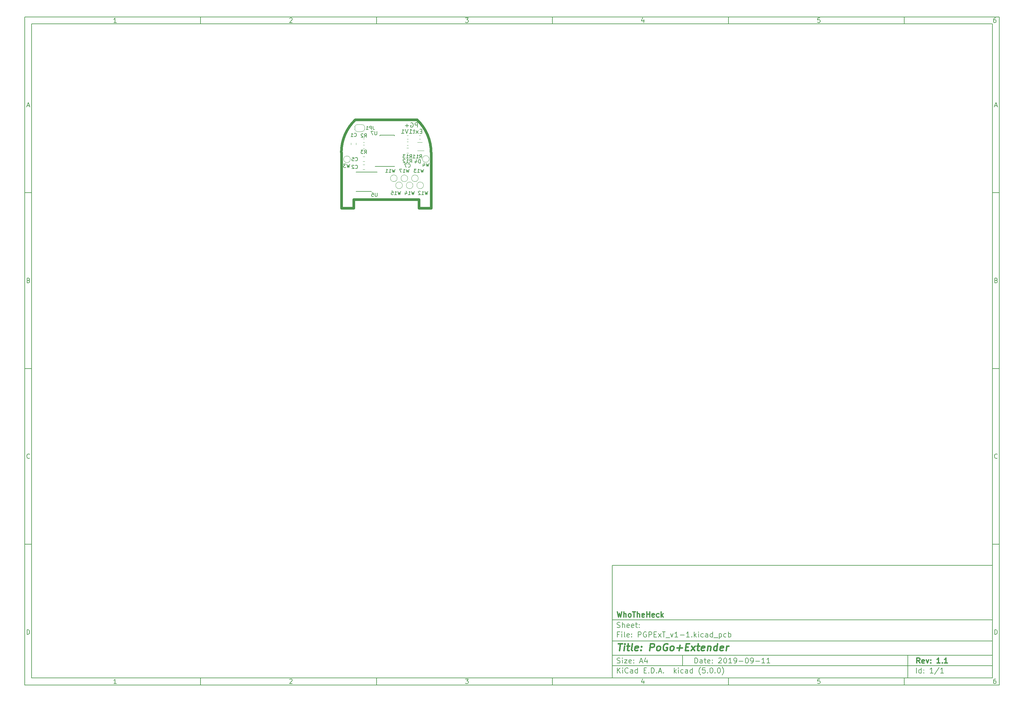
<source format=gbr>
G04 #@! TF.GenerationSoftware,KiCad,Pcbnew,(5.0.0)*
G04 #@! TF.CreationDate,2020-05-01T19:32:20+02:00*
G04 #@! TF.ProjectId,PGPExT_v1-1,5047504578545F76312D312E6B696361,1.1*
G04 #@! TF.SameCoordinates,Original*
G04 #@! TF.FileFunction,Legend,Bot*
G04 #@! TF.FilePolarity,Positive*
%FSLAX46Y46*%
G04 Gerber Fmt 4.6, Leading zero omitted, Abs format (unit mm)*
G04 Created by KiCad (PCBNEW (5.0.0)) date 05/01/20 19:32:20*
%MOMM*%
%LPD*%
G01*
G04 APERTURE LIST*
%ADD10C,0.100000*%
%ADD11C,0.150000*%
%ADD12C,0.300000*%
%ADD13C,0.400000*%
%ADD14C,0.800000*%
%ADD15C,0.200000*%
%ADD16C,0.120000*%
G04 APERTURE END LIST*
D10*
D11*
X177002200Y-166007200D02*
X177002200Y-198007200D01*
X285002200Y-198007200D01*
X285002200Y-166007200D01*
X177002200Y-166007200D01*
D10*
D11*
X10000000Y-10000000D02*
X10000000Y-200007200D01*
X287002200Y-200007200D01*
X287002200Y-10000000D01*
X10000000Y-10000000D01*
D10*
D11*
X12000000Y-12000000D02*
X12000000Y-198007200D01*
X285002200Y-198007200D01*
X285002200Y-12000000D01*
X12000000Y-12000000D01*
D10*
D11*
X60000000Y-12000000D02*
X60000000Y-10000000D01*
D10*
D11*
X110000000Y-12000000D02*
X110000000Y-10000000D01*
D10*
D11*
X160000000Y-12000000D02*
X160000000Y-10000000D01*
D10*
D11*
X210000000Y-12000000D02*
X210000000Y-10000000D01*
D10*
D11*
X260000000Y-12000000D02*
X260000000Y-10000000D01*
D10*
D11*
X36065476Y-11588095D02*
X35322619Y-11588095D01*
X35694047Y-11588095D02*
X35694047Y-10288095D01*
X35570238Y-10473809D01*
X35446428Y-10597619D01*
X35322619Y-10659523D01*
D10*
D11*
X85322619Y-10411904D02*
X85384523Y-10350000D01*
X85508333Y-10288095D01*
X85817857Y-10288095D01*
X85941666Y-10350000D01*
X86003571Y-10411904D01*
X86065476Y-10535714D01*
X86065476Y-10659523D01*
X86003571Y-10845238D01*
X85260714Y-11588095D01*
X86065476Y-11588095D01*
D10*
D11*
X135260714Y-10288095D02*
X136065476Y-10288095D01*
X135632142Y-10783333D01*
X135817857Y-10783333D01*
X135941666Y-10845238D01*
X136003571Y-10907142D01*
X136065476Y-11030952D01*
X136065476Y-11340476D01*
X136003571Y-11464285D01*
X135941666Y-11526190D01*
X135817857Y-11588095D01*
X135446428Y-11588095D01*
X135322619Y-11526190D01*
X135260714Y-11464285D01*
D10*
D11*
X185941666Y-10721428D02*
X185941666Y-11588095D01*
X185632142Y-10226190D02*
X185322619Y-11154761D01*
X186127380Y-11154761D01*
D10*
D11*
X236003571Y-10288095D02*
X235384523Y-10288095D01*
X235322619Y-10907142D01*
X235384523Y-10845238D01*
X235508333Y-10783333D01*
X235817857Y-10783333D01*
X235941666Y-10845238D01*
X236003571Y-10907142D01*
X236065476Y-11030952D01*
X236065476Y-11340476D01*
X236003571Y-11464285D01*
X235941666Y-11526190D01*
X235817857Y-11588095D01*
X235508333Y-11588095D01*
X235384523Y-11526190D01*
X235322619Y-11464285D01*
D10*
D11*
X285941666Y-10288095D02*
X285694047Y-10288095D01*
X285570238Y-10350000D01*
X285508333Y-10411904D01*
X285384523Y-10597619D01*
X285322619Y-10845238D01*
X285322619Y-11340476D01*
X285384523Y-11464285D01*
X285446428Y-11526190D01*
X285570238Y-11588095D01*
X285817857Y-11588095D01*
X285941666Y-11526190D01*
X286003571Y-11464285D01*
X286065476Y-11340476D01*
X286065476Y-11030952D01*
X286003571Y-10907142D01*
X285941666Y-10845238D01*
X285817857Y-10783333D01*
X285570238Y-10783333D01*
X285446428Y-10845238D01*
X285384523Y-10907142D01*
X285322619Y-11030952D01*
D10*
D11*
X60000000Y-198007200D02*
X60000000Y-200007200D01*
D10*
D11*
X110000000Y-198007200D02*
X110000000Y-200007200D01*
D10*
D11*
X160000000Y-198007200D02*
X160000000Y-200007200D01*
D10*
D11*
X210000000Y-198007200D02*
X210000000Y-200007200D01*
D10*
D11*
X260000000Y-198007200D02*
X260000000Y-200007200D01*
D10*
D11*
X36065476Y-199595295D02*
X35322619Y-199595295D01*
X35694047Y-199595295D02*
X35694047Y-198295295D01*
X35570238Y-198481009D01*
X35446428Y-198604819D01*
X35322619Y-198666723D01*
D10*
D11*
X85322619Y-198419104D02*
X85384523Y-198357200D01*
X85508333Y-198295295D01*
X85817857Y-198295295D01*
X85941666Y-198357200D01*
X86003571Y-198419104D01*
X86065476Y-198542914D01*
X86065476Y-198666723D01*
X86003571Y-198852438D01*
X85260714Y-199595295D01*
X86065476Y-199595295D01*
D10*
D11*
X135260714Y-198295295D02*
X136065476Y-198295295D01*
X135632142Y-198790533D01*
X135817857Y-198790533D01*
X135941666Y-198852438D01*
X136003571Y-198914342D01*
X136065476Y-199038152D01*
X136065476Y-199347676D01*
X136003571Y-199471485D01*
X135941666Y-199533390D01*
X135817857Y-199595295D01*
X135446428Y-199595295D01*
X135322619Y-199533390D01*
X135260714Y-199471485D01*
D10*
D11*
X185941666Y-198728628D02*
X185941666Y-199595295D01*
X185632142Y-198233390D02*
X185322619Y-199161961D01*
X186127380Y-199161961D01*
D10*
D11*
X236003571Y-198295295D02*
X235384523Y-198295295D01*
X235322619Y-198914342D01*
X235384523Y-198852438D01*
X235508333Y-198790533D01*
X235817857Y-198790533D01*
X235941666Y-198852438D01*
X236003571Y-198914342D01*
X236065476Y-199038152D01*
X236065476Y-199347676D01*
X236003571Y-199471485D01*
X235941666Y-199533390D01*
X235817857Y-199595295D01*
X235508333Y-199595295D01*
X235384523Y-199533390D01*
X235322619Y-199471485D01*
D10*
D11*
X285941666Y-198295295D02*
X285694047Y-198295295D01*
X285570238Y-198357200D01*
X285508333Y-198419104D01*
X285384523Y-198604819D01*
X285322619Y-198852438D01*
X285322619Y-199347676D01*
X285384523Y-199471485D01*
X285446428Y-199533390D01*
X285570238Y-199595295D01*
X285817857Y-199595295D01*
X285941666Y-199533390D01*
X286003571Y-199471485D01*
X286065476Y-199347676D01*
X286065476Y-199038152D01*
X286003571Y-198914342D01*
X285941666Y-198852438D01*
X285817857Y-198790533D01*
X285570238Y-198790533D01*
X285446428Y-198852438D01*
X285384523Y-198914342D01*
X285322619Y-199038152D01*
D10*
D11*
X10000000Y-60000000D02*
X12000000Y-60000000D01*
D10*
D11*
X10000000Y-110000000D02*
X12000000Y-110000000D01*
D10*
D11*
X10000000Y-160000000D02*
X12000000Y-160000000D01*
D10*
D11*
X10690476Y-35216666D02*
X11309523Y-35216666D01*
X10566666Y-35588095D02*
X11000000Y-34288095D01*
X11433333Y-35588095D01*
D10*
D11*
X11092857Y-84907142D02*
X11278571Y-84969047D01*
X11340476Y-85030952D01*
X11402380Y-85154761D01*
X11402380Y-85340476D01*
X11340476Y-85464285D01*
X11278571Y-85526190D01*
X11154761Y-85588095D01*
X10659523Y-85588095D01*
X10659523Y-84288095D01*
X11092857Y-84288095D01*
X11216666Y-84350000D01*
X11278571Y-84411904D01*
X11340476Y-84535714D01*
X11340476Y-84659523D01*
X11278571Y-84783333D01*
X11216666Y-84845238D01*
X11092857Y-84907142D01*
X10659523Y-84907142D01*
D10*
D11*
X11402380Y-135464285D02*
X11340476Y-135526190D01*
X11154761Y-135588095D01*
X11030952Y-135588095D01*
X10845238Y-135526190D01*
X10721428Y-135402380D01*
X10659523Y-135278571D01*
X10597619Y-135030952D01*
X10597619Y-134845238D01*
X10659523Y-134597619D01*
X10721428Y-134473809D01*
X10845238Y-134350000D01*
X11030952Y-134288095D01*
X11154761Y-134288095D01*
X11340476Y-134350000D01*
X11402380Y-134411904D01*
D10*
D11*
X10659523Y-185588095D02*
X10659523Y-184288095D01*
X10969047Y-184288095D01*
X11154761Y-184350000D01*
X11278571Y-184473809D01*
X11340476Y-184597619D01*
X11402380Y-184845238D01*
X11402380Y-185030952D01*
X11340476Y-185278571D01*
X11278571Y-185402380D01*
X11154761Y-185526190D01*
X10969047Y-185588095D01*
X10659523Y-185588095D01*
D10*
D11*
X287002200Y-60000000D02*
X285002200Y-60000000D01*
D10*
D11*
X287002200Y-110000000D02*
X285002200Y-110000000D01*
D10*
D11*
X287002200Y-160000000D02*
X285002200Y-160000000D01*
D10*
D11*
X285692676Y-35216666D02*
X286311723Y-35216666D01*
X285568866Y-35588095D02*
X286002200Y-34288095D01*
X286435533Y-35588095D01*
D10*
D11*
X286095057Y-84907142D02*
X286280771Y-84969047D01*
X286342676Y-85030952D01*
X286404580Y-85154761D01*
X286404580Y-85340476D01*
X286342676Y-85464285D01*
X286280771Y-85526190D01*
X286156961Y-85588095D01*
X285661723Y-85588095D01*
X285661723Y-84288095D01*
X286095057Y-84288095D01*
X286218866Y-84350000D01*
X286280771Y-84411904D01*
X286342676Y-84535714D01*
X286342676Y-84659523D01*
X286280771Y-84783333D01*
X286218866Y-84845238D01*
X286095057Y-84907142D01*
X285661723Y-84907142D01*
D10*
D11*
X286404580Y-135464285D02*
X286342676Y-135526190D01*
X286156961Y-135588095D01*
X286033152Y-135588095D01*
X285847438Y-135526190D01*
X285723628Y-135402380D01*
X285661723Y-135278571D01*
X285599819Y-135030952D01*
X285599819Y-134845238D01*
X285661723Y-134597619D01*
X285723628Y-134473809D01*
X285847438Y-134350000D01*
X286033152Y-134288095D01*
X286156961Y-134288095D01*
X286342676Y-134350000D01*
X286404580Y-134411904D01*
D10*
D11*
X285661723Y-185588095D02*
X285661723Y-184288095D01*
X285971247Y-184288095D01*
X286156961Y-184350000D01*
X286280771Y-184473809D01*
X286342676Y-184597619D01*
X286404580Y-184845238D01*
X286404580Y-185030952D01*
X286342676Y-185278571D01*
X286280771Y-185402380D01*
X286156961Y-185526190D01*
X285971247Y-185588095D01*
X285661723Y-185588095D01*
D10*
D11*
X200434342Y-193785771D02*
X200434342Y-192285771D01*
X200791485Y-192285771D01*
X201005771Y-192357200D01*
X201148628Y-192500057D01*
X201220057Y-192642914D01*
X201291485Y-192928628D01*
X201291485Y-193142914D01*
X201220057Y-193428628D01*
X201148628Y-193571485D01*
X201005771Y-193714342D01*
X200791485Y-193785771D01*
X200434342Y-193785771D01*
X202577200Y-193785771D02*
X202577200Y-193000057D01*
X202505771Y-192857200D01*
X202362914Y-192785771D01*
X202077200Y-192785771D01*
X201934342Y-192857200D01*
X202577200Y-193714342D02*
X202434342Y-193785771D01*
X202077200Y-193785771D01*
X201934342Y-193714342D01*
X201862914Y-193571485D01*
X201862914Y-193428628D01*
X201934342Y-193285771D01*
X202077200Y-193214342D01*
X202434342Y-193214342D01*
X202577200Y-193142914D01*
X203077200Y-192785771D02*
X203648628Y-192785771D01*
X203291485Y-192285771D02*
X203291485Y-193571485D01*
X203362914Y-193714342D01*
X203505771Y-193785771D01*
X203648628Y-193785771D01*
X204720057Y-193714342D02*
X204577200Y-193785771D01*
X204291485Y-193785771D01*
X204148628Y-193714342D01*
X204077200Y-193571485D01*
X204077200Y-193000057D01*
X204148628Y-192857200D01*
X204291485Y-192785771D01*
X204577200Y-192785771D01*
X204720057Y-192857200D01*
X204791485Y-193000057D01*
X204791485Y-193142914D01*
X204077200Y-193285771D01*
X205434342Y-193642914D02*
X205505771Y-193714342D01*
X205434342Y-193785771D01*
X205362914Y-193714342D01*
X205434342Y-193642914D01*
X205434342Y-193785771D01*
X205434342Y-192857200D02*
X205505771Y-192928628D01*
X205434342Y-193000057D01*
X205362914Y-192928628D01*
X205434342Y-192857200D01*
X205434342Y-193000057D01*
X207220057Y-192428628D02*
X207291485Y-192357200D01*
X207434342Y-192285771D01*
X207791485Y-192285771D01*
X207934342Y-192357200D01*
X208005771Y-192428628D01*
X208077200Y-192571485D01*
X208077200Y-192714342D01*
X208005771Y-192928628D01*
X207148628Y-193785771D01*
X208077200Y-193785771D01*
X209005771Y-192285771D02*
X209148628Y-192285771D01*
X209291485Y-192357200D01*
X209362914Y-192428628D01*
X209434342Y-192571485D01*
X209505771Y-192857200D01*
X209505771Y-193214342D01*
X209434342Y-193500057D01*
X209362914Y-193642914D01*
X209291485Y-193714342D01*
X209148628Y-193785771D01*
X209005771Y-193785771D01*
X208862914Y-193714342D01*
X208791485Y-193642914D01*
X208720057Y-193500057D01*
X208648628Y-193214342D01*
X208648628Y-192857200D01*
X208720057Y-192571485D01*
X208791485Y-192428628D01*
X208862914Y-192357200D01*
X209005771Y-192285771D01*
X210934342Y-193785771D02*
X210077200Y-193785771D01*
X210505771Y-193785771D02*
X210505771Y-192285771D01*
X210362914Y-192500057D01*
X210220057Y-192642914D01*
X210077200Y-192714342D01*
X211648628Y-193785771D02*
X211934342Y-193785771D01*
X212077200Y-193714342D01*
X212148628Y-193642914D01*
X212291485Y-193428628D01*
X212362914Y-193142914D01*
X212362914Y-192571485D01*
X212291485Y-192428628D01*
X212220057Y-192357200D01*
X212077200Y-192285771D01*
X211791485Y-192285771D01*
X211648628Y-192357200D01*
X211577200Y-192428628D01*
X211505771Y-192571485D01*
X211505771Y-192928628D01*
X211577200Y-193071485D01*
X211648628Y-193142914D01*
X211791485Y-193214342D01*
X212077200Y-193214342D01*
X212220057Y-193142914D01*
X212291485Y-193071485D01*
X212362914Y-192928628D01*
X213005771Y-193214342D02*
X214148628Y-193214342D01*
X215148628Y-192285771D02*
X215291485Y-192285771D01*
X215434342Y-192357200D01*
X215505771Y-192428628D01*
X215577200Y-192571485D01*
X215648628Y-192857200D01*
X215648628Y-193214342D01*
X215577200Y-193500057D01*
X215505771Y-193642914D01*
X215434342Y-193714342D01*
X215291485Y-193785771D01*
X215148628Y-193785771D01*
X215005771Y-193714342D01*
X214934342Y-193642914D01*
X214862914Y-193500057D01*
X214791485Y-193214342D01*
X214791485Y-192857200D01*
X214862914Y-192571485D01*
X214934342Y-192428628D01*
X215005771Y-192357200D01*
X215148628Y-192285771D01*
X216362914Y-193785771D02*
X216648628Y-193785771D01*
X216791485Y-193714342D01*
X216862914Y-193642914D01*
X217005771Y-193428628D01*
X217077200Y-193142914D01*
X217077200Y-192571485D01*
X217005771Y-192428628D01*
X216934342Y-192357200D01*
X216791485Y-192285771D01*
X216505771Y-192285771D01*
X216362914Y-192357200D01*
X216291485Y-192428628D01*
X216220057Y-192571485D01*
X216220057Y-192928628D01*
X216291485Y-193071485D01*
X216362914Y-193142914D01*
X216505771Y-193214342D01*
X216791485Y-193214342D01*
X216934342Y-193142914D01*
X217005771Y-193071485D01*
X217077200Y-192928628D01*
X217720057Y-193214342D02*
X218862914Y-193214342D01*
X220362914Y-193785771D02*
X219505771Y-193785771D01*
X219934342Y-193785771D02*
X219934342Y-192285771D01*
X219791485Y-192500057D01*
X219648628Y-192642914D01*
X219505771Y-192714342D01*
X221791485Y-193785771D02*
X220934342Y-193785771D01*
X221362914Y-193785771D02*
X221362914Y-192285771D01*
X221220057Y-192500057D01*
X221077200Y-192642914D01*
X220934342Y-192714342D01*
D10*
D11*
X177002200Y-194507200D02*
X285002200Y-194507200D01*
D10*
D11*
X178434342Y-196585771D02*
X178434342Y-195085771D01*
X179291485Y-196585771D02*
X178648628Y-195728628D01*
X179291485Y-195085771D02*
X178434342Y-195942914D01*
X179934342Y-196585771D02*
X179934342Y-195585771D01*
X179934342Y-195085771D02*
X179862914Y-195157200D01*
X179934342Y-195228628D01*
X180005771Y-195157200D01*
X179934342Y-195085771D01*
X179934342Y-195228628D01*
X181505771Y-196442914D02*
X181434342Y-196514342D01*
X181220057Y-196585771D01*
X181077200Y-196585771D01*
X180862914Y-196514342D01*
X180720057Y-196371485D01*
X180648628Y-196228628D01*
X180577200Y-195942914D01*
X180577200Y-195728628D01*
X180648628Y-195442914D01*
X180720057Y-195300057D01*
X180862914Y-195157200D01*
X181077200Y-195085771D01*
X181220057Y-195085771D01*
X181434342Y-195157200D01*
X181505771Y-195228628D01*
X182791485Y-196585771D02*
X182791485Y-195800057D01*
X182720057Y-195657200D01*
X182577200Y-195585771D01*
X182291485Y-195585771D01*
X182148628Y-195657200D01*
X182791485Y-196514342D02*
X182648628Y-196585771D01*
X182291485Y-196585771D01*
X182148628Y-196514342D01*
X182077200Y-196371485D01*
X182077200Y-196228628D01*
X182148628Y-196085771D01*
X182291485Y-196014342D01*
X182648628Y-196014342D01*
X182791485Y-195942914D01*
X184148628Y-196585771D02*
X184148628Y-195085771D01*
X184148628Y-196514342D02*
X184005771Y-196585771D01*
X183720057Y-196585771D01*
X183577200Y-196514342D01*
X183505771Y-196442914D01*
X183434342Y-196300057D01*
X183434342Y-195871485D01*
X183505771Y-195728628D01*
X183577200Y-195657200D01*
X183720057Y-195585771D01*
X184005771Y-195585771D01*
X184148628Y-195657200D01*
X186005771Y-195800057D02*
X186505771Y-195800057D01*
X186720057Y-196585771D02*
X186005771Y-196585771D01*
X186005771Y-195085771D01*
X186720057Y-195085771D01*
X187362914Y-196442914D02*
X187434342Y-196514342D01*
X187362914Y-196585771D01*
X187291485Y-196514342D01*
X187362914Y-196442914D01*
X187362914Y-196585771D01*
X188077200Y-196585771D02*
X188077200Y-195085771D01*
X188434342Y-195085771D01*
X188648628Y-195157200D01*
X188791485Y-195300057D01*
X188862914Y-195442914D01*
X188934342Y-195728628D01*
X188934342Y-195942914D01*
X188862914Y-196228628D01*
X188791485Y-196371485D01*
X188648628Y-196514342D01*
X188434342Y-196585771D01*
X188077200Y-196585771D01*
X189577200Y-196442914D02*
X189648628Y-196514342D01*
X189577200Y-196585771D01*
X189505771Y-196514342D01*
X189577200Y-196442914D01*
X189577200Y-196585771D01*
X190220057Y-196157200D02*
X190934342Y-196157200D01*
X190077200Y-196585771D02*
X190577200Y-195085771D01*
X191077200Y-196585771D01*
X191577200Y-196442914D02*
X191648628Y-196514342D01*
X191577200Y-196585771D01*
X191505771Y-196514342D01*
X191577200Y-196442914D01*
X191577200Y-196585771D01*
X194577200Y-196585771D02*
X194577200Y-195085771D01*
X194720057Y-196014342D02*
X195148628Y-196585771D01*
X195148628Y-195585771D02*
X194577200Y-196157200D01*
X195791485Y-196585771D02*
X195791485Y-195585771D01*
X195791485Y-195085771D02*
X195720057Y-195157200D01*
X195791485Y-195228628D01*
X195862914Y-195157200D01*
X195791485Y-195085771D01*
X195791485Y-195228628D01*
X197148628Y-196514342D02*
X197005771Y-196585771D01*
X196720057Y-196585771D01*
X196577200Y-196514342D01*
X196505771Y-196442914D01*
X196434342Y-196300057D01*
X196434342Y-195871485D01*
X196505771Y-195728628D01*
X196577200Y-195657200D01*
X196720057Y-195585771D01*
X197005771Y-195585771D01*
X197148628Y-195657200D01*
X198434342Y-196585771D02*
X198434342Y-195800057D01*
X198362914Y-195657200D01*
X198220057Y-195585771D01*
X197934342Y-195585771D01*
X197791485Y-195657200D01*
X198434342Y-196514342D02*
X198291485Y-196585771D01*
X197934342Y-196585771D01*
X197791485Y-196514342D01*
X197720057Y-196371485D01*
X197720057Y-196228628D01*
X197791485Y-196085771D01*
X197934342Y-196014342D01*
X198291485Y-196014342D01*
X198434342Y-195942914D01*
X199791485Y-196585771D02*
X199791485Y-195085771D01*
X199791485Y-196514342D02*
X199648628Y-196585771D01*
X199362914Y-196585771D01*
X199220057Y-196514342D01*
X199148628Y-196442914D01*
X199077200Y-196300057D01*
X199077200Y-195871485D01*
X199148628Y-195728628D01*
X199220057Y-195657200D01*
X199362914Y-195585771D01*
X199648628Y-195585771D01*
X199791485Y-195657200D01*
X202077200Y-197157200D02*
X202005771Y-197085771D01*
X201862914Y-196871485D01*
X201791485Y-196728628D01*
X201720057Y-196514342D01*
X201648628Y-196157200D01*
X201648628Y-195871485D01*
X201720057Y-195514342D01*
X201791485Y-195300057D01*
X201862914Y-195157200D01*
X202005771Y-194942914D01*
X202077200Y-194871485D01*
X203362914Y-195085771D02*
X202648628Y-195085771D01*
X202577200Y-195800057D01*
X202648628Y-195728628D01*
X202791485Y-195657200D01*
X203148628Y-195657200D01*
X203291485Y-195728628D01*
X203362914Y-195800057D01*
X203434342Y-195942914D01*
X203434342Y-196300057D01*
X203362914Y-196442914D01*
X203291485Y-196514342D01*
X203148628Y-196585771D01*
X202791485Y-196585771D01*
X202648628Y-196514342D01*
X202577200Y-196442914D01*
X204077200Y-196442914D02*
X204148628Y-196514342D01*
X204077200Y-196585771D01*
X204005771Y-196514342D01*
X204077200Y-196442914D01*
X204077200Y-196585771D01*
X205077200Y-195085771D02*
X205220057Y-195085771D01*
X205362914Y-195157200D01*
X205434342Y-195228628D01*
X205505771Y-195371485D01*
X205577200Y-195657200D01*
X205577200Y-196014342D01*
X205505771Y-196300057D01*
X205434342Y-196442914D01*
X205362914Y-196514342D01*
X205220057Y-196585771D01*
X205077200Y-196585771D01*
X204934342Y-196514342D01*
X204862914Y-196442914D01*
X204791485Y-196300057D01*
X204720057Y-196014342D01*
X204720057Y-195657200D01*
X204791485Y-195371485D01*
X204862914Y-195228628D01*
X204934342Y-195157200D01*
X205077200Y-195085771D01*
X206220057Y-196442914D02*
X206291485Y-196514342D01*
X206220057Y-196585771D01*
X206148628Y-196514342D01*
X206220057Y-196442914D01*
X206220057Y-196585771D01*
X207220057Y-195085771D02*
X207362914Y-195085771D01*
X207505771Y-195157200D01*
X207577200Y-195228628D01*
X207648628Y-195371485D01*
X207720057Y-195657200D01*
X207720057Y-196014342D01*
X207648628Y-196300057D01*
X207577200Y-196442914D01*
X207505771Y-196514342D01*
X207362914Y-196585771D01*
X207220057Y-196585771D01*
X207077200Y-196514342D01*
X207005771Y-196442914D01*
X206934342Y-196300057D01*
X206862914Y-196014342D01*
X206862914Y-195657200D01*
X206934342Y-195371485D01*
X207005771Y-195228628D01*
X207077200Y-195157200D01*
X207220057Y-195085771D01*
X208220057Y-197157200D02*
X208291485Y-197085771D01*
X208434342Y-196871485D01*
X208505771Y-196728628D01*
X208577200Y-196514342D01*
X208648628Y-196157200D01*
X208648628Y-195871485D01*
X208577200Y-195514342D01*
X208505771Y-195300057D01*
X208434342Y-195157200D01*
X208291485Y-194942914D01*
X208220057Y-194871485D01*
D10*
D11*
X177002200Y-191507200D02*
X285002200Y-191507200D01*
D10*
D12*
X264411485Y-193785771D02*
X263911485Y-193071485D01*
X263554342Y-193785771D02*
X263554342Y-192285771D01*
X264125771Y-192285771D01*
X264268628Y-192357200D01*
X264340057Y-192428628D01*
X264411485Y-192571485D01*
X264411485Y-192785771D01*
X264340057Y-192928628D01*
X264268628Y-193000057D01*
X264125771Y-193071485D01*
X263554342Y-193071485D01*
X265625771Y-193714342D02*
X265482914Y-193785771D01*
X265197200Y-193785771D01*
X265054342Y-193714342D01*
X264982914Y-193571485D01*
X264982914Y-193000057D01*
X265054342Y-192857200D01*
X265197200Y-192785771D01*
X265482914Y-192785771D01*
X265625771Y-192857200D01*
X265697200Y-193000057D01*
X265697200Y-193142914D01*
X264982914Y-193285771D01*
X266197200Y-192785771D02*
X266554342Y-193785771D01*
X266911485Y-192785771D01*
X267482914Y-193642914D02*
X267554342Y-193714342D01*
X267482914Y-193785771D01*
X267411485Y-193714342D01*
X267482914Y-193642914D01*
X267482914Y-193785771D01*
X267482914Y-192857200D02*
X267554342Y-192928628D01*
X267482914Y-193000057D01*
X267411485Y-192928628D01*
X267482914Y-192857200D01*
X267482914Y-193000057D01*
X270125771Y-193785771D02*
X269268628Y-193785771D01*
X269697200Y-193785771D02*
X269697200Y-192285771D01*
X269554342Y-192500057D01*
X269411485Y-192642914D01*
X269268628Y-192714342D01*
X270768628Y-193642914D02*
X270840057Y-193714342D01*
X270768628Y-193785771D01*
X270697200Y-193714342D01*
X270768628Y-193642914D01*
X270768628Y-193785771D01*
X272268628Y-193785771D02*
X271411485Y-193785771D01*
X271840057Y-193785771D02*
X271840057Y-192285771D01*
X271697200Y-192500057D01*
X271554342Y-192642914D01*
X271411485Y-192714342D01*
D10*
D11*
X178362914Y-193714342D02*
X178577200Y-193785771D01*
X178934342Y-193785771D01*
X179077200Y-193714342D01*
X179148628Y-193642914D01*
X179220057Y-193500057D01*
X179220057Y-193357200D01*
X179148628Y-193214342D01*
X179077200Y-193142914D01*
X178934342Y-193071485D01*
X178648628Y-193000057D01*
X178505771Y-192928628D01*
X178434342Y-192857200D01*
X178362914Y-192714342D01*
X178362914Y-192571485D01*
X178434342Y-192428628D01*
X178505771Y-192357200D01*
X178648628Y-192285771D01*
X179005771Y-192285771D01*
X179220057Y-192357200D01*
X179862914Y-193785771D02*
X179862914Y-192785771D01*
X179862914Y-192285771D02*
X179791485Y-192357200D01*
X179862914Y-192428628D01*
X179934342Y-192357200D01*
X179862914Y-192285771D01*
X179862914Y-192428628D01*
X180434342Y-192785771D02*
X181220057Y-192785771D01*
X180434342Y-193785771D01*
X181220057Y-193785771D01*
X182362914Y-193714342D02*
X182220057Y-193785771D01*
X181934342Y-193785771D01*
X181791485Y-193714342D01*
X181720057Y-193571485D01*
X181720057Y-193000057D01*
X181791485Y-192857200D01*
X181934342Y-192785771D01*
X182220057Y-192785771D01*
X182362914Y-192857200D01*
X182434342Y-193000057D01*
X182434342Y-193142914D01*
X181720057Y-193285771D01*
X183077200Y-193642914D02*
X183148628Y-193714342D01*
X183077200Y-193785771D01*
X183005771Y-193714342D01*
X183077200Y-193642914D01*
X183077200Y-193785771D01*
X183077200Y-192857200D02*
X183148628Y-192928628D01*
X183077200Y-193000057D01*
X183005771Y-192928628D01*
X183077200Y-192857200D01*
X183077200Y-193000057D01*
X184862914Y-193357200D02*
X185577200Y-193357200D01*
X184720057Y-193785771D02*
X185220057Y-192285771D01*
X185720057Y-193785771D01*
X186862914Y-192785771D02*
X186862914Y-193785771D01*
X186505771Y-192214342D02*
X186148628Y-193285771D01*
X187077200Y-193285771D01*
D10*
D11*
X263434342Y-196585771D02*
X263434342Y-195085771D01*
X264791485Y-196585771D02*
X264791485Y-195085771D01*
X264791485Y-196514342D02*
X264648628Y-196585771D01*
X264362914Y-196585771D01*
X264220057Y-196514342D01*
X264148628Y-196442914D01*
X264077200Y-196300057D01*
X264077200Y-195871485D01*
X264148628Y-195728628D01*
X264220057Y-195657200D01*
X264362914Y-195585771D01*
X264648628Y-195585771D01*
X264791485Y-195657200D01*
X265505771Y-196442914D02*
X265577200Y-196514342D01*
X265505771Y-196585771D01*
X265434342Y-196514342D01*
X265505771Y-196442914D01*
X265505771Y-196585771D01*
X265505771Y-195657200D02*
X265577200Y-195728628D01*
X265505771Y-195800057D01*
X265434342Y-195728628D01*
X265505771Y-195657200D01*
X265505771Y-195800057D01*
X268148628Y-196585771D02*
X267291485Y-196585771D01*
X267720057Y-196585771D02*
X267720057Y-195085771D01*
X267577200Y-195300057D01*
X267434342Y-195442914D01*
X267291485Y-195514342D01*
X269862914Y-195014342D02*
X268577200Y-196942914D01*
X271148628Y-196585771D02*
X270291485Y-196585771D01*
X270720057Y-196585771D02*
X270720057Y-195085771D01*
X270577200Y-195300057D01*
X270434342Y-195442914D01*
X270291485Y-195514342D01*
D10*
D11*
X177002200Y-187507200D02*
X285002200Y-187507200D01*
D10*
D13*
X178714580Y-188211961D02*
X179857438Y-188211961D01*
X179036009Y-190211961D02*
X179286009Y-188211961D01*
X180274104Y-190211961D02*
X180440771Y-188878628D01*
X180524104Y-188211961D02*
X180416961Y-188307200D01*
X180500295Y-188402438D01*
X180607438Y-188307200D01*
X180524104Y-188211961D01*
X180500295Y-188402438D01*
X181107438Y-188878628D02*
X181869342Y-188878628D01*
X181476485Y-188211961D02*
X181262200Y-189926247D01*
X181333628Y-190116723D01*
X181512200Y-190211961D01*
X181702676Y-190211961D01*
X182655057Y-190211961D02*
X182476485Y-190116723D01*
X182405057Y-189926247D01*
X182619342Y-188211961D01*
X184190771Y-190116723D02*
X183988390Y-190211961D01*
X183607438Y-190211961D01*
X183428866Y-190116723D01*
X183357438Y-189926247D01*
X183452676Y-189164342D01*
X183571723Y-188973866D01*
X183774104Y-188878628D01*
X184155057Y-188878628D01*
X184333628Y-188973866D01*
X184405057Y-189164342D01*
X184381247Y-189354819D01*
X183405057Y-189545295D01*
X185155057Y-190021485D02*
X185238390Y-190116723D01*
X185131247Y-190211961D01*
X185047914Y-190116723D01*
X185155057Y-190021485D01*
X185131247Y-190211961D01*
X185286009Y-188973866D02*
X185369342Y-189069104D01*
X185262200Y-189164342D01*
X185178866Y-189069104D01*
X185286009Y-188973866D01*
X185262200Y-189164342D01*
X187607438Y-190211961D02*
X187857438Y-188211961D01*
X188619342Y-188211961D01*
X188797914Y-188307200D01*
X188881247Y-188402438D01*
X188952676Y-188592914D01*
X188916961Y-188878628D01*
X188797914Y-189069104D01*
X188690771Y-189164342D01*
X188488390Y-189259580D01*
X187726485Y-189259580D01*
X189893152Y-190211961D02*
X189714580Y-190116723D01*
X189631247Y-190021485D01*
X189559819Y-189831009D01*
X189631247Y-189259580D01*
X189750295Y-189069104D01*
X189857438Y-188973866D01*
X190059819Y-188878628D01*
X190345533Y-188878628D01*
X190524104Y-188973866D01*
X190607438Y-189069104D01*
X190678866Y-189259580D01*
X190607438Y-189831009D01*
X190488390Y-190021485D01*
X190381247Y-190116723D01*
X190178866Y-190211961D01*
X189893152Y-190211961D01*
X192702676Y-188307200D02*
X192524104Y-188211961D01*
X192238390Y-188211961D01*
X191940771Y-188307200D01*
X191726485Y-188497676D01*
X191607438Y-188688152D01*
X191464580Y-189069104D01*
X191428866Y-189354819D01*
X191476485Y-189735771D01*
X191547914Y-189926247D01*
X191714580Y-190116723D01*
X191988390Y-190211961D01*
X192178866Y-190211961D01*
X192476485Y-190116723D01*
X192583628Y-190021485D01*
X192666961Y-189354819D01*
X192286009Y-189354819D01*
X193702676Y-190211961D02*
X193524104Y-190116723D01*
X193440771Y-190021485D01*
X193369342Y-189831009D01*
X193440771Y-189259580D01*
X193559819Y-189069104D01*
X193666961Y-188973866D01*
X193869342Y-188878628D01*
X194155057Y-188878628D01*
X194333628Y-188973866D01*
X194416961Y-189069104D01*
X194488390Y-189259580D01*
X194416961Y-189831009D01*
X194297914Y-190021485D01*
X194190771Y-190116723D01*
X193988390Y-190211961D01*
X193702676Y-190211961D01*
X195321723Y-189450057D02*
X196845533Y-189450057D01*
X195988390Y-190211961D02*
X196178866Y-188688152D01*
X197833628Y-189164342D02*
X198500295Y-189164342D01*
X198655057Y-190211961D02*
X197702676Y-190211961D01*
X197952676Y-188211961D01*
X198905057Y-188211961D01*
X199321723Y-190211961D02*
X200536009Y-188878628D01*
X199488390Y-188878628D02*
X200369342Y-190211961D01*
X201012200Y-188878628D02*
X201774104Y-188878628D01*
X201381247Y-188211961D02*
X201166961Y-189926247D01*
X201238390Y-190116723D01*
X201416961Y-190211961D01*
X201607438Y-190211961D01*
X203047914Y-190116723D02*
X202845533Y-190211961D01*
X202464580Y-190211961D01*
X202286009Y-190116723D01*
X202214580Y-189926247D01*
X202309819Y-189164342D01*
X202428866Y-188973866D01*
X202631247Y-188878628D01*
X203012200Y-188878628D01*
X203190771Y-188973866D01*
X203262200Y-189164342D01*
X203238390Y-189354819D01*
X202262200Y-189545295D01*
X204155057Y-188878628D02*
X203988390Y-190211961D01*
X204131247Y-189069104D02*
X204238390Y-188973866D01*
X204440771Y-188878628D01*
X204726485Y-188878628D01*
X204905057Y-188973866D01*
X204976485Y-189164342D01*
X204845533Y-190211961D01*
X206655057Y-190211961D02*
X206905057Y-188211961D01*
X206666961Y-190116723D02*
X206464580Y-190211961D01*
X206083628Y-190211961D01*
X205905057Y-190116723D01*
X205821723Y-190021485D01*
X205750295Y-189831009D01*
X205821723Y-189259580D01*
X205940771Y-189069104D01*
X206047914Y-188973866D01*
X206250295Y-188878628D01*
X206631247Y-188878628D01*
X206809819Y-188973866D01*
X208381247Y-190116723D02*
X208178866Y-190211961D01*
X207797914Y-190211961D01*
X207619342Y-190116723D01*
X207547914Y-189926247D01*
X207643152Y-189164342D01*
X207762200Y-188973866D01*
X207964580Y-188878628D01*
X208345533Y-188878628D01*
X208524104Y-188973866D01*
X208595533Y-189164342D01*
X208571723Y-189354819D01*
X207595533Y-189545295D01*
X209321723Y-190211961D02*
X209488390Y-188878628D01*
X209440771Y-189259580D02*
X209559819Y-189069104D01*
X209666961Y-188973866D01*
X209869342Y-188878628D01*
X210059819Y-188878628D01*
D10*
D11*
X178934342Y-185600057D02*
X178434342Y-185600057D01*
X178434342Y-186385771D02*
X178434342Y-184885771D01*
X179148628Y-184885771D01*
X179720057Y-186385771D02*
X179720057Y-185385771D01*
X179720057Y-184885771D02*
X179648628Y-184957200D01*
X179720057Y-185028628D01*
X179791485Y-184957200D01*
X179720057Y-184885771D01*
X179720057Y-185028628D01*
X180648628Y-186385771D02*
X180505771Y-186314342D01*
X180434342Y-186171485D01*
X180434342Y-184885771D01*
X181791485Y-186314342D02*
X181648628Y-186385771D01*
X181362914Y-186385771D01*
X181220057Y-186314342D01*
X181148628Y-186171485D01*
X181148628Y-185600057D01*
X181220057Y-185457200D01*
X181362914Y-185385771D01*
X181648628Y-185385771D01*
X181791485Y-185457200D01*
X181862914Y-185600057D01*
X181862914Y-185742914D01*
X181148628Y-185885771D01*
X182505771Y-186242914D02*
X182577200Y-186314342D01*
X182505771Y-186385771D01*
X182434342Y-186314342D01*
X182505771Y-186242914D01*
X182505771Y-186385771D01*
X182505771Y-185457200D02*
X182577200Y-185528628D01*
X182505771Y-185600057D01*
X182434342Y-185528628D01*
X182505771Y-185457200D01*
X182505771Y-185600057D01*
X184362914Y-186385771D02*
X184362914Y-184885771D01*
X184934342Y-184885771D01*
X185077200Y-184957200D01*
X185148628Y-185028628D01*
X185220057Y-185171485D01*
X185220057Y-185385771D01*
X185148628Y-185528628D01*
X185077200Y-185600057D01*
X184934342Y-185671485D01*
X184362914Y-185671485D01*
X186648628Y-184957200D02*
X186505771Y-184885771D01*
X186291485Y-184885771D01*
X186077200Y-184957200D01*
X185934342Y-185100057D01*
X185862914Y-185242914D01*
X185791485Y-185528628D01*
X185791485Y-185742914D01*
X185862914Y-186028628D01*
X185934342Y-186171485D01*
X186077200Y-186314342D01*
X186291485Y-186385771D01*
X186434342Y-186385771D01*
X186648628Y-186314342D01*
X186720057Y-186242914D01*
X186720057Y-185742914D01*
X186434342Y-185742914D01*
X187362914Y-186385771D02*
X187362914Y-184885771D01*
X187934342Y-184885771D01*
X188077200Y-184957200D01*
X188148628Y-185028628D01*
X188220057Y-185171485D01*
X188220057Y-185385771D01*
X188148628Y-185528628D01*
X188077200Y-185600057D01*
X187934342Y-185671485D01*
X187362914Y-185671485D01*
X188862914Y-185600057D02*
X189362914Y-185600057D01*
X189577200Y-186385771D02*
X188862914Y-186385771D01*
X188862914Y-184885771D01*
X189577200Y-184885771D01*
X190077200Y-186385771D02*
X190862914Y-185385771D01*
X190077200Y-185385771D02*
X190862914Y-186385771D01*
X191220057Y-184885771D02*
X192077200Y-184885771D01*
X191648628Y-186385771D02*
X191648628Y-184885771D01*
X192220057Y-186528628D02*
X193362914Y-186528628D01*
X193577200Y-185385771D02*
X193934342Y-186385771D01*
X194291485Y-185385771D01*
X195648628Y-186385771D02*
X194791485Y-186385771D01*
X195220057Y-186385771D02*
X195220057Y-184885771D01*
X195077200Y-185100057D01*
X194934342Y-185242914D01*
X194791485Y-185314342D01*
X196291485Y-185814342D02*
X197434342Y-185814342D01*
X198934342Y-186385771D02*
X198077200Y-186385771D01*
X198505771Y-186385771D02*
X198505771Y-184885771D01*
X198362914Y-185100057D01*
X198220057Y-185242914D01*
X198077200Y-185314342D01*
X199577200Y-186242914D02*
X199648628Y-186314342D01*
X199577200Y-186385771D01*
X199505771Y-186314342D01*
X199577200Y-186242914D01*
X199577200Y-186385771D01*
X200291485Y-186385771D02*
X200291485Y-184885771D01*
X200434342Y-185814342D02*
X200862914Y-186385771D01*
X200862914Y-185385771D02*
X200291485Y-185957200D01*
X201505771Y-186385771D02*
X201505771Y-185385771D01*
X201505771Y-184885771D02*
X201434342Y-184957200D01*
X201505771Y-185028628D01*
X201577200Y-184957200D01*
X201505771Y-184885771D01*
X201505771Y-185028628D01*
X202862914Y-186314342D02*
X202720057Y-186385771D01*
X202434342Y-186385771D01*
X202291485Y-186314342D01*
X202220057Y-186242914D01*
X202148628Y-186100057D01*
X202148628Y-185671485D01*
X202220057Y-185528628D01*
X202291485Y-185457200D01*
X202434342Y-185385771D01*
X202720057Y-185385771D01*
X202862914Y-185457200D01*
X204148628Y-186385771D02*
X204148628Y-185600057D01*
X204077200Y-185457200D01*
X203934342Y-185385771D01*
X203648628Y-185385771D01*
X203505771Y-185457200D01*
X204148628Y-186314342D02*
X204005771Y-186385771D01*
X203648628Y-186385771D01*
X203505771Y-186314342D01*
X203434342Y-186171485D01*
X203434342Y-186028628D01*
X203505771Y-185885771D01*
X203648628Y-185814342D01*
X204005771Y-185814342D01*
X204148628Y-185742914D01*
X205505771Y-186385771D02*
X205505771Y-184885771D01*
X205505771Y-186314342D02*
X205362914Y-186385771D01*
X205077200Y-186385771D01*
X204934342Y-186314342D01*
X204862914Y-186242914D01*
X204791485Y-186100057D01*
X204791485Y-185671485D01*
X204862914Y-185528628D01*
X204934342Y-185457200D01*
X205077200Y-185385771D01*
X205362914Y-185385771D01*
X205505771Y-185457200D01*
X205862914Y-186528628D02*
X207005771Y-186528628D01*
X207362914Y-185385771D02*
X207362914Y-186885771D01*
X207362914Y-185457200D02*
X207505771Y-185385771D01*
X207791485Y-185385771D01*
X207934342Y-185457200D01*
X208005771Y-185528628D01*
X208077200Y-185671485D01*
X208077200Y-186100057D01*
X208005771Y-186242914D01*
X207934342Y-186314342D01*
X207791485Y-186385771D01*
X207505771Y-186385771D01*
X207362914Y-186314342D01*
X209362914Y-186314342D02*
X209220057Y-186385771D01*
X208934342Y-186385771D01*
X208791485Y-186314342D01*
X208720057Y-186242914D01*
X208648628Y-186100057D01*
X208648628Y-185671485D01*
X208720057Y-185528628D01*
X208791485Y-185457200D01*
X208934342Y-185385771D01*
X209220057Y-185385771D01*
X209362914Y-185457200D01*
X210005771Y-186385771D02*
X210005771Y-184885771D01*
X210005771Y-185457200D02*
X210148628Y-185385771D01*
X210434342Y-185385771D01*
X210577200Y-185457200D01*
X210648628Y-185528628D01*
X210720057Y-185671485D01*
X210720057Y-186100057D01*
X210648628Y-186242914D01*
X210577200Y-186314342D01*
X210434342Y-186385771D01*
X210148628Y-186385771D01*
X210005771Y-186314342D01*
D10*
D11*
X177002200Y-181507200D02*
X285002200Y-181507200D01*
D10*
D11*
X178362914Y-183614342D02*
X178577200Y-183685771D01*
X178934342Y-183685771D01*
X179077200Y-183614342D01*
X179148628Y-183542914D01*
X179220057Y-183400057D01*
X179220057Y-183257200D01*
X179148628Y-183114342D01*
X179077200Y-183042914D01*
X178934342Y-182971485D01*
X178648628Y-182900057D01*
X178505771Y-182828628D01*
X178434342Y-182757200D01*
X178362914Y-182614342D01*
X178362914Y-182471485D01*
X178434342Y-182328628D01*
X178505771Y-182257200D01*
X178648628Y-182185771D01*
X179005771Y-182185771D01*
X179220057Y-182257200D01*
X179862914Y-183685771D02*
X179862914Y-182185771D01*
X180505771Y-183685771D02*
X180505771Y-182900057D01*
X180434342Y-182757200D01*
X180291485Y-182685771D01*
X180077200Y-182685771D01*
X179934342Y-182757200D01*
X179862914Y-182828628D01*
X181791485Y-183614342D02*
X181648628Y-183685771D01*
X181362914Y-183685771D01*
X181220057Y-183614342D01*
X181148628Y-183471485D01*
X181148628Y-182900057D01*
X181220057Y-182757200D01*
X181362914Y-182685771D01*
X181648628Y-182685771D01*
X181791485Y-182757200D01*
X181862914Y-182900057D01*
X181862914Y-183042914D01*
X181148628Y-183185771D01*
X183077200Y-183614342D02*
X182934342Y-183685771D01*
X182648628Y-183685771D01*
X182505771Y-183614342D01*
X182434342Y-183471485D01*
X182434342Y-182900057D01*
X182505771Y-182757200D01*
X182648628Y-182685771D01*
X182934342Y-182685771D01*
X183077200Y-182757200D01*
X183148628Y-182900057D01*
X183148628Y-183042914D01*
X182434342Y-183185771D01*
X183577200Y-182685771D02*
X184148628Y-182685771D01*
X183791485Y-182185771D02*
X183791485Y-183471485D01*
X183862914Y-183614342D01*
X184005771Y-183685771D01*
X184148628Y-183685771D01*
X184648628Y-183542914D02*
X184720057Y-183614342D01*
X184648628Y-183685771D01*
X184577200Y-183614342D01*
X184648628Y-183542914D01*
X184648628Y-183685771D01*
X184648628Y-182757200D02*
X184720057Y-182828628D01*
X184648628Y-182900057D01*
X184577200Y-182828628D01*
X184648628Y-182757200D01*
X184648628Y-182900057D01*
D10*
D12*
X178411485Y-179185771D02*
X178768628Y-180685771D01*
X179054342Y-179614342D01*
X179340057Y-180685771D01*
X179697200Y-179185771D01*
X180268628Y-180685771D02*
X180268628Y-179185771D01*
X180911485Y-180685771D02*
X180911485Y-179900057D01*
X180840057Y-179757200D01*
X180697200Y-179685771D01*
X180482914Y-179685771D01*
X180340057Y-179757200D01*
X180268628Y-179828628D01*
X181840057Y-180685771D02*
X181697200Y-180614342D01*
X181625771Y-180542914D01*
X181554342Y-180400057D01*
X181554342Y-179971485D01*
X181625771Y-179828628D01*
X181697200Y-179757200D01*
X181840057Y-179685771D01*
X182054342Y-179685771D01*
X182197200Y-179757200D01*
X182268628Y-179828628D01*
X182340057Y-179971485D01*
X182340057Y-180400057D01*
X182268628Y-180542914D01*
X182197200Y-180614342D01*
X182054342Y-180685771D01*
X181840057Y-180685771D01*
X182768628Y-179185771D02*
X183625771Y-179185771D01*
X183197200Y-180685771D02*
X183197200Y-179185771D01*
X184125771Y-180685771D02*
X184125771Y-179185771D01*
X184768628Y-180685771D02*
X184768628Y-179900057D01*
X184697200Y-179757200D01*
X184554342Y-179685771D01*
X184340057Y-179685771D01*
X184197200Y-179757200D01*
X184125771Y-179828628D01*
X186054342Y-180614342D02*
X185911485Y-180685771D01*
X185625771Y-180685771D01*
X185482914Y-180614342D01*
X185411485Y-180471485D01*
X185411485Y-179900057D01*
X185482914Y-179757200D01*
X185625771Y-179685771D01*
X185911485Y-179685771D01*
X186054342Y-179757200D01*
X186125771Y-179900057D01*
X186125771Y-180042914D01*
X185411485Y-180185771D01*
X186768628Y-180685771D02*
X186768628Y-179185771D01*
X186768628Y-179900057D02*
X187625771Y-179900057D01*
X187625771Y-180685771D02*
X187625771Y-179185771D01*
X188911485Y-180614342D02*
X188768628Y-180685771D01*
X188482914Y-180685771D01*
X188340057Y-180614342D01*
X188268628Y-180471485D01*
X188268628Y-179900057D01*
X188340057Y-179757200D01*
X188482914Y-179685771D01*
X188768628Y-179685771D01*
X188911485Y-179757200D01*
X188982914Y-179900057D01*
X188982914Y-180042914D01*
X188268628Y-180185771D01*
X190268628Y-180614342D02*
X190125771Y-180685771D01*
X189840057Y-180685771D01*
X189697200Y-180614342D01*
X189625771Y-180542914D01*
X189554342Y-180400057D01*
X189554342Y-179971485D01*
X189625771Y-179828628D01*
X189697200Y-179757200D01*
X189840057Y-179685771D01*
X190125771Y-179685771D01*
X190268628Y-179757200D01*
X190911485Y-180685771D02*
X190911485Y-179185771D01*
X191054342Y-180114342D02*
X191482914Y-180685771D01*
X191482914Y-179685771D02*
X190911485Y-180257200D01*
D10*
D11*
X197002200Y-191507200D02*
X197002200Y-194507200D01*
D10*
D11*
X261002200Y-191507200D02*
X261002200Y-198007200D01*
D14*
X122000000Y-64400000D02*
X122000000Y-61900000D01*
X103500000Y-64400000D02*
X103500000Y-61900000D01*
X122000000Y-64400000D02*
X125500000Y-64400000D01*
X103500000Y-61900000D02*
X122000000Y-61900000D01*
D15*
X122857142Y-42510714D02*
X122440476Y-42510714D01*
X122261904Y-43165476D02*
X122857142Y-43165476D01*
X122857142Y-41915476D01*
X122261904Y-41915476D01*
X121845238Y-43165476D02*
X121190476Y-42332142D01*
X121845238Y-42332142D02*
X121190476Y-43165476D01*
X120892857Y-42332142D02*
X120416666Y-42332142D01*
X120714285Y-41915476D02*
X120714285Y-42986904D01*
X120654761Y-43105952D01*
X120535714Y-43165476D01*
X120416666Y-43165476D01*
X119345238Y-43165476D02*
X120059523Y-43165476D01*
X119702380Y-43165476D02*
X119702380Y-41915476D01*
X119821428Y-42094047D01*
X119940476Y-42213095D01*
X120059523Y-42272619D01*
X118988095Y-41915476D02*
X118571428Y-43165476D01*
X118154761Y-41915476D01*
X117083333Y-43165476D02*
X117797619Y-43165476D01*
X117440476Y-43165476D02*
X117440476Y-41915476D01*
X117559523Y-42094047D01*
X117678571Y-42213095D01*
X117797619Y-42272619D01*
X121626190Y-41365476D02*
X121626190Y-40115476D01*
X121150000Y-40115476D01*
X121030952Y-40175000D01*
X120971428Y-40234523D01*
X120911904Y-40353571D01*
X120911904Y-40532142D01*
X120971428Y-40651190D01*
X121030952Y-40710714D01*
X121150000Y-40770238D01*
X121626190Y-40770238D01*
X119721428Y-40175000D02*
X119840476Y-40115476D01*
X120019047Y-40115476D01*
X120197619Y-40175000D01*
X120316666Y-40294047D01*
X120376190Y-40413095D01*
X120435714Y-40651190D01*
X120435714Y-40829761D01*
X120376190Y-41067857D01*
X120316666Y-41186904D01*
X120197619Y-41305952D01*
X120019047Y-41365476D01*
X119900000Y-41365476D01*
X119721428Y-41305952D01*
X119661904Y-41246428D01*
X119661904Y-40829761D01*
X119900000Y-40829761D01*
X119126190Y-40889285D02*
X118173809Y-40889285D01*
X118650000Y-41365476D02*
X118650000Y-40413095D01*
D14*
X103989634Y-39250000D02*
X121500000Y-39250000D01*
X125500269Y-48509479D02*
G75*
G03X121500000Y-39250000I-12750269J-14521D01*
G01*
X103989634Y-39250000D02*
G75*
G03X100000000Y-48513827I8760366J-9263827D01*
G01*
X125500000Y-64400000D02*
X125500000Y-48513827D01*
X100000000Y-64400000D02*
X100000000Y-48513827D01*
X100000000Y-64400000D02*
X103500000Y-64400000D01*
D16*
G04 #@! TO.C,D4*
X121600000Y-45650000D02*
X123000000Y-45650000D01*
X123500000Y-48050000D02*
X121600000Y-48050000D01*
G04 #@! TO.C,C5*
X106658578Y-51110000D02*
X106141422Y-51110000D01*
X106658578Y-49690000D02*
X106141422Y-49690000D01*
G04 #@! TO.C,JP1*
X105900000Y-42600000D02*
G75*
G03X106600000Y-41900000I0J700000D01*
G01*
X106600000Y-41300000D02*
G75*
G03X105900000Y-40600000I-700000J0D01*
G01*
X104500000Y-40600000D02*
G75*
G03X103800000Y-41300000I0J-700000D01*
G01*
X103800000Y-41900000D02*
G75*
G03X104500000Y-42600000I700000J0D01*
G01*
X103800000Y-41300000D02*
X103800000Y-41900000D01*
X105900000Y-40600000D02*
X104500000Y-40600000D01*
X106600000Y-41900000D02*
X106600000Y-41300000D01*
X104500000Y-42600000D02*
X105900000Y-42600000D01*
G04 #@! TO.C,W3*
X102550000Y-50500000D02*
G75*
G03X102550000Y-50500000I-950000J0D01*
G01*
G04 #@! TO.C,W4*
X124950000Y-50400000D02*
G75*
G03X124950000Y-50400000I-950000J0D01*
G01*
G04 #@! TO.C,W11*
X115850000Y-55900000D02*
G75*
G03X115850000Y-55900000I-950000J0D01*
G01*
G04 #@! TO.C,W12*
X123350000Y-57900000D02*
G75*
G03X123350000Y-57900000I-950000J0D01*
G01*
G04 #@! TO.C,W13*
X121850000Y-55900000D02*
G75*
G03X121850000Y-55900000I-950000J0D01*
G01*
G04 #@! TO.C,W14*
X120350000Y-57900000D02*
G75*
G03X120350000Y-57900000I-950000J0D01*
G01*
G04 #@! TO.C,W15*
X117350000Y-57900000D02*
G75*
G03X117350000Y-57900000I-950000J0D01*
G01*
G04 #@! TO.C,W17*
X118850000Y-55900000D02*
G75*
G03X118850000Y-55900000I-950000J0D01*
G01*
G04 #@! TO.C,C1*
X102743000Y-45816422D02*
X102743000Y-46333578D01*
X104163000Y-45816422D02*
X104163000Y-46333578D01*
G04 #@! TO.C,C2*
X106658578Y-53410000D02*
X106141422Y-53410000D01*
X106658578Y-51990000D02*
X106141422Y-51990000D01*
G04 #@! TO.C,C7*
X119058578Y-47303827D02*
X118541422Y-47303827D01*
X119058578Y-48723827D02*
X118541422Y-48723827D01*
G04 #@! TO.C,R2*
X106536779Y-45696000D02*
X106211221Y-45696000D01*
X106536779Y-44676000D02*
X106211221Y-44676000D01*
G04 #@! TO.C,R3*
X106211221Y-46454000D02*
X106536779Y-46454000D01*
X106211221Y-47474000D02*
X106536779Y-47474000D01*
G04 #@! TO.C,R11*
X122137221Y-44773827D02*
X122462779Y-44773827D01*
X122137221Y-43753827D02*
X122462779Y-43753827D01*
G04 #@! TO.C,R12*
X118962779Y-46523827D02*
X118637221Y-46523827D01*
X118962779Y-45503827D02*
X118637221Y-45503827D01*
G04 #@! TO.C,R13*
X118637221Y-44773827D02*
X118962779Y-44773827D01*
X118637221Y-43753827D02*
X118962779Y-43753827D01*
D11*
G04 #@! TO.C,U5*
X108600000Y-59625000D02*
X104200000Y-59625000D01*
X110175000Y-54100000D02*
X104200000Y-54100000D01*
G04 #@! TO.C,U7*
X110925000Y-52550000D02*
X110925000Y-52525000D01*
X115075000Y-52550000D02*
X115075000Y-52435000D01*
X115075000Y-43650000D02*
X115075000Y-43765000D01*
X110925000Y-43650000D02*
X110925000Y-43765000D01*
X110925000Y-52550000D02*
X115075000Y-52550000D01*
X110925000Y-43650000D02*
X115075000Y-43650000D01*
X110925000Y-52525000D02*
X109550000Y-52525000D01*
G04 #@! TD*
G04 #@! TO.C,D4*
X122438095Y-51552380D02*
X122438095Y-50552380D01*
X122200000Y-50552380D01*
X122057142Y-50600000D01*
X121961904Y-50695238D01*
X121914285Y-50790476D01*
X121866666Y-50980952D01*
X121866666Y-51123809D01*
X121914285Y-51314285D01*
X121961904Y-51409523D01*
X122057142Y-51504761D01*
X122200000Y-51552380D01*
X122438095Y-51552380D01*
X121009523Y-50885714D02*
X121009523Y-51552380D01*
X121247619Y-50504761D02*
X121485714Y-51219047D01*
X120866666Y-51219047D01*
G04 #@! TO.C,C5*
X103966666Y-50857142D02*
X104014285Y-50904761D01*
X104157142Y-50952380D01*
X104252380Y-50952380D01*
X104395238Y-50904761D01*
X104490476Y-50809523D01*
X104538095Y-50714285D01*
X104585714Y-50523809D01*
X104585714Y-50380952D01*
X104538095Y-50190476D01*
X104490476Y-50095238D01*
X104395238Y-50000000D01*
X104252380Y-49952380D01*
X104157142Y-49952380D01*
X104014285Y-50000000D01*
X103966666Y-50047619D01*
X103061904Y-49952380D02*
X103538095Y-49952380D01*
X103585714Y-50428571D01*
X103538095Y-50380952D01*
X103442857Y-50333333D01*
X103204761Y-50333333D01*
X103109523Y-50380952D01*
X103061904Y-50428571D01*
X103014285Y-50523809D01*
X103014285Y-50761904D01*
X103061904Y-50857142D01*
X103109523Y-50904761D01*
X103204761Y-50952380D01*
X103442857Y-50952380D01*
X103538095Y-50904761D01*
X103585714Y-50857142D01*
G04 #@! TO.C,JP1*
X109033333Y-41052380D02*
X109033333Y-41766666D01*
X109080952Y-41909523D01*
X109176190Y-42004761D01*
X109319047Y-42052380D01*
X109414285Y-42052380D01*
X108557142Y-42052380D02*
X108557142Y-41052380D01*
X108176190Y-41052380D01*
X108080952Y-41100000D01*
X108033333Y-41147619D01*
X107985714Y-41242857D01*
X107985714Y-41385714D01*
X108033333Y-41480952D01*
X108080952Y-41528571D01*
X108176190Y-41576190D01*
X108557142Y-41576190D01*
X107033333Y-42052380D02*
X107604761Y-42052380D01*
X107319047Y-42052380D02*
X107319047Y-41052380D01*
X107414285Y-41195238D01*
X107509523Y-41290476D01*
X107604761Y-41338095D01*
G04 #@! TO.C,W3*
X102404761Y-51852380D02*
X102166666Y-52852380D01*
X101976190Y-52138095D01*
X101785714Y-52852380D01*
X101547619Y-51852380D01*
X101261904Y-51852380D02*
X100642857Y-51852380D01*
X100976190Y-52233333D01*
X100833333Y-52233333D01*
X100738095Y-52280952D01*
X100690476Y-52328571D01*
X100642857Y-52423809D01*
X100642857Y-52661904D01*
X100690476Y-52757142D01*
X100738095Y-52804761D01*
X100833333Y-52852380D01*
X101119047Y-52852380D01*
X101214285Y-52804761D01*
X101261904Y-52757142D01*
G04 #@! TO.C,W4*
X124904761Y-51552380D02*
X124666666Y-52552380D01*
X124476190Y-51838095D01*
X124285714Y-52552380D01*
X124047619Y-51552380D01*
X123238095Y-51885714D02*
X123238095Y-52552380D01*
X123476190Y-51504761D02*
X123714285Y-52219047D01*
X123095238Y-52219047D01*
G04 #@! TO.C,W11*
X115280952Y-53252380D02*
X115042857Y-54252380D01*
X114852380Y-53538095D01*
X114661904Y-54252380D01*
X114423809Y-53252380D01*
X113519047Y-54252380D02*
X114090476Y-54252380D01*
X113804761Y-54252380D02*
X113804761Y-53252380D01*
X113900000Y-53395238D01*
X113995238Y-53490476D01*
X114090476Y-53538095D01*
X112566666Y-54252380D02*
X113138095Y-54252380D01*
X112852380Y-54252380D02*
X112852380Y-53252380D01*
X112947619Y-53395238D01*
X113042857Y-53490476D01*
X113138095Y-53538095D01*
G04 #@! TO.C,W12*
X124580952Y-59552380D02*
X124342857Y-60552380D01*
X124152380Y-59838095D01*
X123961904Y-60552380D01*
X123723809Y-59552380D01*
X122819047Y-60552380D02*
X123390476Y-60552380D01*
X123104761Y-60552380D02*
X123104761Y-59552380D01*
X123200000Y-59695238D01*
X123295238Y-59790476D01*
X123390476Y-59838095D01*
X122438095Y-59647619D02*
X122390476Y-59600000D01*
X122295238Y-59552380D01*
X122057142Y-59552380D01*
X121961904Y-59600000D01*
X121914285Y-59647619D01*
X121866666Y-59742857D01*
X121866666Y-59838095D01*
X121914285Y-59980952D01*
X122485714Y-60552380D01*
X121866666Y-60552380D01*
G04 #@! TO.C,W13*
X123380952Y-53252380D02*
X123142857Y-54252380D01*
X122952380Y-53538095D01*
X122761904Y-54252380D01*
X122523809Y-53252380D01*
X121619047Y-54252380D02*
X122190476Y-54252380D01*
X121904761Y-54252380D02*
X121904761Y-53252380D01*
X122000000Y-53395238D01*
X122095238Y-53490476D01*
X122190476Y-53538095D01*
X121285714Y-53252380D02*
X120666666Y-53252380D01*
X121000000Y-53633333D01*
X120857142Y-53633333D01*
X120761904Y-53680952D01*
X120714285Y-53728571D01*
X120666666Y-53823809D01*
X120666666Y-54061904D01*
X120714285Y-54157142D01*
X120761904Y-54204761D01*
X120857142Y-54252380D01*
X121142857Y-54252380D01*
X121238095Y-54204761D01*
X121285714Y-54157142D01*
G04 #@! TO.C,W14*
X120780952Y-59552380D02*
X120542857Y-60552380D01*
X120352380Y-59838095D01*
X120161904Y-60552380D01*
X119923809Y-59552380D01*
X119019047Y-60552380D02*
X119590476Y-60552380D01*
X119304761Y-60552380D02*
X119304761Y-59552380D01*
X119400000Y-59695238D01*
X119495238Y-59790476D01*
X119590476Y-59838095D01*
X118161904Y-59885714D02*
X118161904Y-60552380D01*
X118400000Y-59504761D02*
X118638095Y-60219047D01*
X118019047Y-60219047D01*
G04 #@! TO.C,W15*
X116880952Y-59552380D02*
X116642857Y-60552380D01*
X116452380Y-59838095D01*
X116261904Y-60552380D01*
X116023809Y-59552380D01*
X115119047Y-60552380D02*
X115690476Y-60552380D01*
X115404761Y-60552380D02*
X115404761Y-59552380D01*
X115500000Y-59695238D01*
X115595238Y-59790476D01*
X115690476Y-59838095D01*
X114214285Y-59552380D02*
X114690476Y-59552380D01*
X114738095Y-60028571D01*
X114690476Y-59980952D01*
X114595238Y-59933333D01*
X114357142Y-59933333D01*
X114261904Y-59980952D01*
X114214285Y-60028571D01*
X114166666Y-60123809D01*
X114166666Y-60361904D01*
X114214285Y-60457142D01*
X114261904Y-60504761D01*
X114357142Y-60552380D01*
X114595238Y-60552380D01*
X114690476Y-60504761D01*
X114738095Y-60457142D01*
G04 #@! TO.C,W17*
X119280952Y-53252380D02*
X119042857Y-54252380D01*
X118852380Y-53538095D01*
X118661904Y-54252380D01*
X118423809Y-53252380D01*
X117519047Y-54252380D02*
X118090476Y-54252380D01*
X117804761Y-54252380D02*
X117804761Y-53252380D01*
X117900000Y-53395238D01*
X117995238Y-53490476D01*
X118090476Y-53538095D01*
X117185714Y-53252380D02*
X116519047Y-53252380D01*
X116947619Y-54252380D01*
G04 #@! TO.C,C1*
X103666666Y-43957142D02*
X103714285Y-44004761D01*
X103857142Y-44052380D01*
X103952380Y-44052380D01*
X104095238Y-44004761D01*
X104190476Y-43909523D01*
X104238095Y-43814285D01*
X104285714Y-43623809D01*
X104285714Y-43480952D01*
X104238095Y-43290476D01*
X104190476Y-43195238D01*
X104095238Y-43100000D01*
X103952380Y-43052380D01*
X103857142Y-43052380D01*
X103714285Y-43100000D01*
X103666666Y-43147619D01*
X102714285Y-44052380D02*
X103285714Y-44052380D01*
X103000000Y-44052380D02*
X103000000Y-43052380D01*
X103095238Y-43195238D01*
X103190476Y-43290476D01*
X103285714Y-43338095D01*
G04 #@! TO.C,C2*
X103966666Y-53057142D02*
X104014285Y-53104761D01*
X104157142Y-53152380D01*
X104252380Y-53152380D01*
X104395238Y-53104761D01*
X104490476Y-53009523D01*
X104538095Y-52914285D01*
X104585714Y-52723809D01*
X104585714Y-52580952D01*
X104538095Y-52390476D01*
X104490476Y-52295238D01*
X104395238Y-52200000D01*
X104252380Y-52152380D01*
X104157142Y-52152380D01*
X104014285Y-52200000D01*
X103966666Y-52247619D01*
X103585714Y-52247619D02*
X103538095Y-52200000D01*
X103442857Y-52152380D01*
X103204761Y-52152380D01*
X103109523Y-52200000D01*
X103061904Y-52247619D01*
X103014285Y-52342857D01*
X103014285Y-52438095D01*
X103061904Y-52580952D01*
X103633333Y-53152380D01*
X103014285Y-53152380D01*
G04 #@! TO.C,C7*
X118966666Y-52657142D02*
X119014285Y-52704761D01*
X119157142Y-52752380D01*
X119252380Y-52752380D01*
X119395238Y-52704761D01*
X119490476Y-52609523D01*
X119538095Y-52514285D01*
X119585714Y-52323809D01*
X119585714Y-52180952D01*
X119538095Y-51990476D01*
X119490476Y-51895238D01*
X119395238Y-51800000D01*
X119252380Y-51752380D01*
X119157142Y-51752380D01*
X119014285Y-51800000D01*
X118966666Y-51847619D01*
X118633333Y-51752380D02*
X117966666Y-51752380D01*
X118395238Y-52752380D01*
G04 #@! TO.C,R2*
X106540666Y-44208380D02*
X106874000Y-43732190D01*
X107112095Y-44208380D02*
X107112095Y-43208380D01*
X106731142Y-43208380D01*
X106635904Y-43256000D01*
X106588285Y-43303619D01*
X106540666Y-43398857D01*
X106540666Y-43541714D01*
X106588285Y-43636952D01*
X106635904Y-43684571D01*
X106731142Y-43732190D01*
X107112095Y-43732190D01*
X106159714Y-43303619D02*
X106112095Y-43256000D01*
X106016857Y-43208380D01*
X105778761Y-43208380D01*
X105683523Y-43256000D01*
X105635904Y-43303619D01*
X105588285Y-43398857D01*
X105588285Y-43494095D01*
X105635904Y-43636952D01*
X106207333Y-44208380D01*
X105588285Y-44208380D01*
G04 #@! TO.C,R3*
X106540666Y-48846380D02*
X106874000Y-48370190D01*
X107112095Y-48846380D02*
X107112095Y-47846380D01*
X106731142Y-47846380D01*
X106635904Y-47894000D01*
X106588285Y-47941619D01*
X106540666Y-48036857D01*
X106540666Y-48179714D01*
X106588285Y-48274952D01*
X106635904Y-48322571D01*
X106731142Y-48370190D01*
X107112095Y-48370190D01*
X106207333Y-47846380D02*
X105588285Y-47846380D01*
X105921619Y-48227333D01*
X105778761Y-48227333D01*
X105683523Y-48274952D01*
X105635904Y-48322571D01*
X105588285Y-48417809D01*
X105588285Y-48655904D01*
X105635904Y-48751142D01*
X105683523Y-48798761D01*
X105778761Y-48846380D01*
X106064476Y-48846380D01*
X106159714Y-48798761D01*
X106207333Y-48751142D01*
G04 #@! TO.C,R11*
X122242857Y-50152380D02*
X122576190Y-49676190D01*
X122814285Y-50152380D02*
X122814285Y-49152380D01*
X122433333Y-49152380D01*
X122338095Y-49200000D01*
X122290476Y-49247619D01*
X122242857Y-49342857D01*
X122242857Y-49485714D01*
X122290476Y-49580952D01*
X122338095Y-49628571D01*
X122433333Y-49676190D01*
X122814285Y-49676190D01*
X121290476Y-50152380D02*
X121861904Y-50152380D01*
X121576190Y-50152380D02*
X121576190Y-49152380D01*
X121671428Y-49295238D01*
X121766666Y-49390476D01*
X121861904Y-49438095D01*
X120338095Y-50152380D02*
X120909523Y-50152380D01*
X120623809Y-50152380D02*
X120623809Y-49152380D01*
X120719047Y-49295238D01*
X120814285Y-49390476D01*
X120909523Y-49438095D01*
G04 #@! TO.C,R12*
X119442857Y-51452380D02*
X119776190Y-50976190D01*
X120014285Y-51452380D02*
X120014285Y-50452380D01*
X119633333Y-50452380D01*
X119538095Y-50500000D01*
X119490476Y-50547619D01*
X119442857Y-50642857D01*
X119442857Y-50785714D01*
X119490476Y-50880952D01*
X119538095Y-50928571D01*
X119633333Y-50976190D01*
X120014285Y-50976190D01*
X118490476Y-51452380D02*
X119061904Y-51452380D01*
X118776190Y-51452380D02*
X118776190Y-50452380D01*
X118871428Y-50595238D01*
X118966666Y-50690476D01*
X119061904Y-50738095D01*
X118109523Y-50547619D02*
X118061904Y-50500000D01*
X117966666Y-50452380D01*
X117728571Y-50452380D01*
X117633333Y-50500000D01*
X117585714Y-50547619D01*
X117538095Y-50642857D01*
X117538095Y-50738095D01*
X117585714Y-50880952D01*
X118157142Y-51452380D01*
X117538095Y-51452380D01*
G04 #@! TO.C,R13*
X119442857Y-50152380D02*
X119776190Y-49676190D01*
X120014285Y-50152380D02*
X120014285Y-49152380D01*
X119633333Y-49152380D01*
X119538095Y-49200000D01*
X119490476Y-49247619D01*
X119442857Y-49342857D01*
X119442857Y-49485714D01*
X119490476Y-49580952D01*
X119538095Y-49628571D01*
X119633333Y-49676190D01*
X120014285Y-49676190D01*
X118490476Y-50152380D02*
X119061904Y-50152380D01*
X118776190Y-50152380D02*
X118776190Y-49152380D01*
X118871428Y-49295238D01*
X118966666Y-49390476D01*
X119061904Y-49438095D01*
X118157142Y-49152380D02*
X117538095Y-49152380D01*
X117871428Y-49533333D01*
X117728571Y-49533333D01*
X117633333Y-49580952D01*
X117585714Y-49628571D01*
X117538095Y-49723809D01*
X117538095Y-49961904D01*
X117585714Y-50057142D01*
X117633333Y-50104761D01*
X117728571Y-50152380D01*
X118014285Y-50152380D01*
X118109523Y-50104761D01*
X118157142Y-50057142D01*
G04 #@! TO.C,U5*
X110161904Y-60052380D02*
X110161904Y-60861904D01*
X110114285Y-60957142D01*
X110066666Y-61004761D01*
X109971428Y-61052380D01*
X109780952Y-61052380D01*
X109685714Y-61004761D01*
X109638095Y-60957142D01*
X109590476Y-60861904D01*
X109590476Y-60052380D01*
X108638095Y-60052380D02*
X109114285Y-60052380D01*
X109161904Y-60528571D01*
X109114285Y-60480952D01*
X109019047Y-60433333D01*
X108780952Y-60433333D01*
X108685714Y-60480952D01*
X108638095Y-60528571D01*
X108590476Y-60623809D01*
X108590476Y-60861904D01*
X108638095Y-60957142D01*
X108685714Y-61004761D01*
X108780952Y-61052380D01*
X109019047Y-61052380D01*
X109114285Y-61004761D01*
X109161904Y-60957142D01*
G04 #@! TO.C,U7*
X110061904Y-42552380D02*
X110061904Y-43361904D01*
X110014285Y-43457142D01*
X109966666Y-43504761D01*
X109871428Y-43552380D01*
X109680952Y-43552380D01*
X109585714Y-43504761D01*
X109538095Y-43457142D01*
X109490476Y-43361904D01*
X109490476Y-42552380D01*
X109109523Y-42552380D02*
X108442857Y-42552380D01*
X108871428Y-43552380D01*
G04 #@! TD*
M02*

</source>
